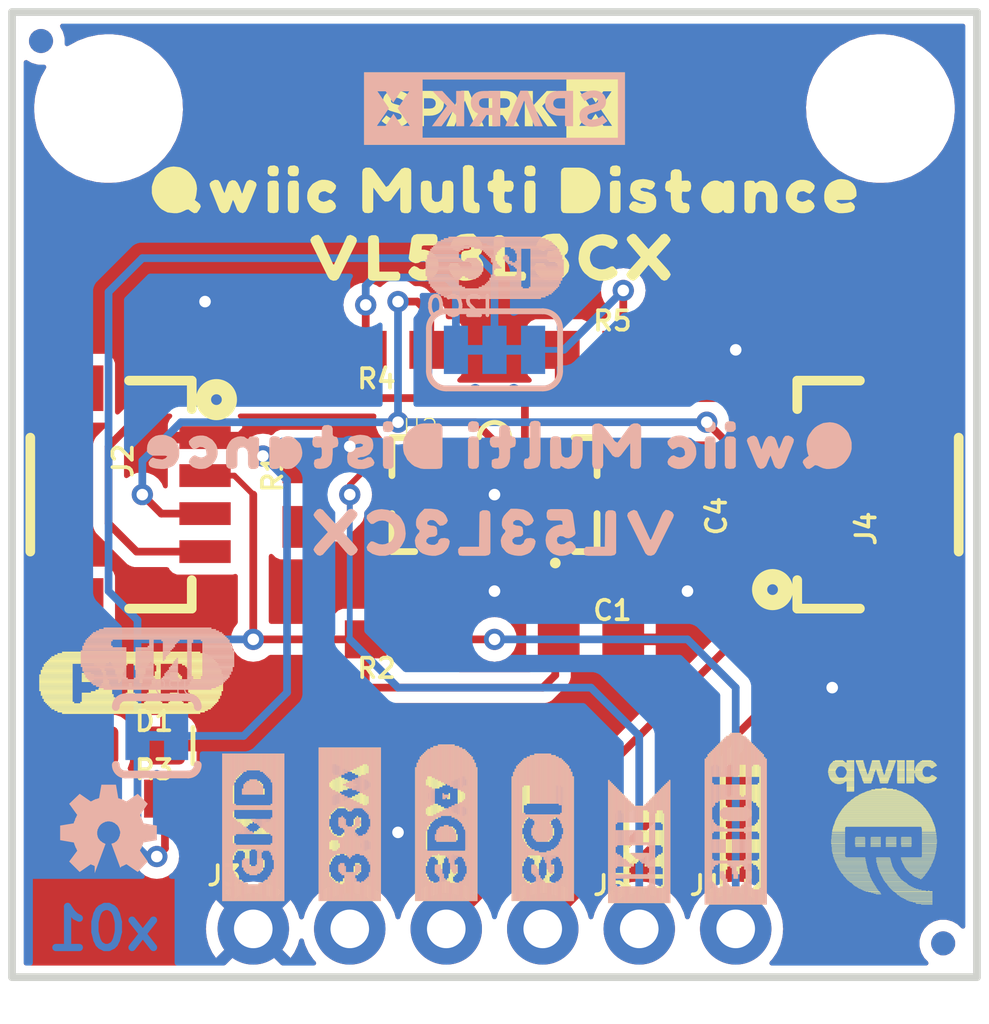
<source format=kicad_pcb>
(kicad_pcb (version 20211014) (generator pcbnew)
  (layers (0 "F.Cu" signal) (31 "B.Cu" signal) (34 "B.Paste" user) (35 "F.Paste" user) (36 "B.SilkS" user "B.Silkscreen") (37 "F.SilkS" user "F.Silkscreen") (38 "B.Mask" user) (39 "F.Mask" user) (44 "Edge.Cuts" user))
  (net 0 "")
  (net 1 "3.3V")
  (net 2 "GND")
  (net 3 "SCL")
  (net 4 "SDA")
  (net 5 "~{INT}")
  (net 6 "N$1")
  (net 7 "N$2")
  (net 8 "~{SHUT}")
  (net 9 "N$4")
  (net 10 "N$3")
  (footprint "eagleBoard:SPARKX-SMALL" (layer "F.Cu") (at 148.5011 94.8436)
    (fp_text reference "U$17" hide)
    (fp_text value "" hide)
  )
  (footprint "eagleBoard:0603" (layer "F.Cu") (at 145.9611 101.1936 180)
    (fp_text reference "R4" (at 0 -0.762) (layer "F.SilkS") (effects (font (size 0.512064 0.512064) (thickness 0.097536)) (justify right)))
    (fp_text value "2.2k")
    (pad "1" smd rect (at -0.85 0 180) (size 1.1 1) (layers "F.Cu" "F.Paste" "F.Mask") (net 4 "SDA"))
    (pad "2" smd rect (at 0.85 0 180) (size 1.1 1) (layers "F.Cu" "F.Paste" "F.Mask") (net 7 "N$2"))
  )
  (footprint "eagleBoard:0603" (layer "F.Cu") (at 143.4211 105.0036 90)
    (fp_text reference "R1" (at 0 -0.762 90) (layer "F.SilkS") (effects (font (size 0.512064 0.512064) (thickness 0.097536)) (justify left)))
    (fp_text value "10k")
    (pad "1" smd rect (at -0.85 0 90) (size 1.1 1) (layers "F.Cu" "F.Paste" "F.Mask") (net 5 "~{INT}"))
    (pad "2" smd rect (at 0.85 0 90) (size 1.1 1) (layers "F.Cu" "F.Paste" "F.Mask") (net 9 "N$4"))
  )
  (footprint "eagleBoard:INT#-[_" (layer "F.Cu") (at 152.3111 116.4336 90)
    (fp_text reference "U$7" hide)
    (fp_text value "" hide)
  )
  (footprint "eagleBoard:VL53L1X" (layer "F.Cu") (at 148.5011 105.0036)
    (fp_text reference "U2" (at -2.45 -1.75) (layer "F.SilkS") (effects (font (size 0.470611 0.470611) (thickness 0.037389)) (justify left)))
    (fp_text value "VL53L3CX")
    (fp_poly (pts (xy 1.35 0.8) (xy 1.93 0.8) (xy 1.93 0.55) (xy 1.35 0.55)) (layer "F.Cu") (width 0) (fill solid))
    (pad "1" smd rect (at 1.6 1 90) (size 0.9 0.5) (layers "F.Cu" "F.Mask") (net 1 "3.3V"))
    (pad "2" smd rect (at 0.8 1 90) (size 0.9 0.5) (layers "F.Cu" "F.Mask") (net 2 "GND"))
    (pad "3" smd rect (at 0 1 90) (size 0.9 0.5) (layers "F.Cu" "F.Mask") (net 2 "GND"))
    (pad "4" smd rect (at -0.8 1 90) (size 0.9 0.5) (layers "F.Cu" "F.Mask") (net 2 "GND"))
    (pad "5" smd rect (at -1.6 1 90) (size 0.9 0.5) (layers "F.Cu" "F.Mask") (net 8 "~{SHUT}"))
    (pad "6" smd rect (at -2.05 0 180) (size 1.4 0.5) (layers "F.Cu" "F.Mask") (net 2 "GND"))
    (pad "7" smd rect (at -1.6 -1 270) (size 0.9 0.5) (layers "F.Cu" "F.Mask") (net 5 "~{INT}"))
    (pad "8" smd rect (at -0.8 -1 270) (size 0.9 0.5) (layers "F.Cu" "F.Mask"))
    (pad "9" smd rect (at 0 -1 270) (size 0.9 0.5) (layers "F.Cu" "F.Mask") (net 4 "SDA"))
    (pad "10" smd rect (at 0.8 -1 270) (size 0.9 0.5) (layers "F.Cu" "F.Mask") (net 3 "SCL"))
    (pad "11" smd rect (at 1.6 -1 270) (size 0.9 0.5) (layers "F.Cu" "F.Mask") (net 1 "3.3V"))
    (pad "12" smd rect (at 2.05 0) (size 1.4 0.5) (layers "F.Cu" "F.Mask") (net 2 "GND"))
  )
  (footprint "eagleBoard:1X01_NO_SILK" (layer "F.Cu") (at 154.8511 116.4336)
    (fp_text reference "J1" (at -1.27 -1.143) (layer "F.SilkS") (effects (font (size 0.512064 0.512064) (thickness 0.097536)) (justify left)))
    (fp_text value "")
    (pad "1" thru_hole circle (at 0 0 90) (size 1.8796 1.8796) (drill 1.016) (layers *.Cu *.Mask) (net 8 "~{SHUT}"))
  )
  (footprint "eagleBoard:1X01_NO_SILK" (layer "F.Cu") (at 152.3111 116.4336)
    (fp_text reference "J5" (at -1.27 -1.143) (layer "F.SilkS") (effects (font (size 0.512064 0.512064) (thickness 0.097536)) (justify left)))
    (fp_text value "")
    (pad "1" thru_hole circle (at 0 0 90) (size 1.8796 1.8796) (drill 1.016) (layers *.Cu *.Mask) (net 5 "~{INT}"))
  )
  (footprint "eagleBoard:MICRO-FIDUCIAL" (layer "F.Cu") (at 160.3121 116.8146)
    (fp_text reference "JP2" hide)
    (fp_text value "FIDUCIALUFIDUCIAL" hide)
    (pad "1" smd roundrect (at 0 0) (size 0.635 0.635) (layers "F.Cu" "F.Mask") (roundrect_rratio 0.5))
  )
  (footprint "eagleBoard:1X04_1MM_RA" (layer "F.Cu") (at 156.1211 105.0036 90)
    (fp_text reference "J4" (at -1.397 2.159 90) (layer "F.SilkS") (effects (font (size 0.512064 0.512064) (thickness 0.097536)) (justify left)))
    (fp_text value "")
    (pad "1" smd rect (at -1.5 0 90) (size 0.6 1.35) (layers "F.Cu" "F.Paste" "F.Mask") (net 2 "GND"))
    (pad "2" smd rect (at -0.5 0 90) (size 0.6 1.35) (layers "F.Cu" "F.Paste" "F.Mask") (net 1 "3.3V"))
    (pad "3" smd rect (at 0.5 0 90) (size 0.6 1.35) (layers "F.Cu" "F.Paste" "F.Mask") (net 4 "SDA"))
    (pad "4" smd rect (at 1.5 0 90) (size 0.6 1.35) (layers "F.Cu" "F.Paste" "F.Mask") (net 3 "SCL"))
    (pad "NC1" smd rect (at 2.8 3.675 90) (size 1.2 2) (layers "F.Cu" "F.Paste" "F.Mask"))
    (pad "NC2" smd rect (at -2.8 3.675 90) (size 1.2 2) (layers "F.Cu" "F.Paste" "F.Mask"))
  )
  (footprint "eagleBoard:0603" (layer "F.Cu") (at 153.5811 105.0036 -90)
    (fp_text reference "C4" (at 0 -0.762 90) (layer "F.SilkS") (effects (font (size 0.512064 0.512064) (thickness 0.097536)) (justify right)))
    (fp_text value "0.1uF")
    (pad "1" smd rect (at -0.85 0 270) (size 1.1 1) (layers "F.Cu" "F.Paste" "F.Mask") (net 1 "3.3V"))
    (pad "2" smd rect (at 0.85 0 270) (size 1.1 1) (layers "F.Cu" "F.Paste" "F.Mask") (net 2 "GND"))
  )
  (footprint "eagleBoard:STAND-OFF" (layer "F.Cu") (at 158.6611 94.8436)
    (fp_text reference "JP4" hide)
    (fp_text value "STAND-OFF" hide)
    (pad "" np_thru_hole circle (at 0 0) (size 3.302 3.302) (drill 3.302) (layers *.Cu *.Mask))
  )
  (footprint "eagleBoard:0603" (layer "F.Cu") (at 138.9761 113.0046)
    (fp_text reference "R3" (at 0 -0.762) (layer "F.SilkS") (effects (font (size 0.512064 0.512064) (thickness 0.097536)) (justify left)))
    (fp_text value "1k")
    (pad "1" smd rect (at -0.85 0) (size 1.1 1) (layers "F.Cu" "F.Paste" "F.Mask") (net 10 "N$3"))
    (pad "2" smd rect (at 0.85 0) (size 1.1 1) (layers "F.Cu" "F.Paste" "F.Mask") (net 1 "3.3V"))
  )
  (footprint "eagleBoard:SDA8" (layer "F.Cu") (at 147.2311 116.1796 90)
    (fp_text reference "U$27" hide)
    (fp_text value "" hide)
  )
  (footprint "eagleBoard:1X04_NO_SILK" (layer "F.Cu") (at 142.1511 116.4336)
    (fp_text reference "J3" (at -1.27 -1.397) (layer "F.SilkS") (effects (font (size 0.512064 0.512064) (thickness 0.097536)) (justify left)))
    (fp_text value "PTH")
    (pad "1" thru_hole circle (at 0 0 90) (size 1.8796 1.8796) (drill 1.016) (layers *.Cu *.Mask) (net 2 "GND"))
    (pad "2" thru_hole circle (at 2.54 0 90) (size 1.8796 1.8796) (drill 1.016) (layers *.Cu *.Mask) (net 1 "3.3V"))
    (pad "3" thru_hole circle (at 5.08 0 90) (size 1.8796 1.8796) (drill 1.016) (layers *.Cu *.Mask) (net 4 "SDA"))
    (pad "4" thru_hole circle (at 7.62 0 90) (size 1.8796 1.8796) (drill 1.016) (layers *.Cu *.Mask) (net 3 "SCL"))
  )
  (footprint "eagleBoard:SCL9" (layer "F.Cu") (at 149.7711 116.1796 90)
    (fp_text reference "U$26" hide)
    (fp_text value "" hide)
  )
  (footprint "eagleBoard:MICRO-FIDUCIAL" (layer "F.Cu") (at 136.5631 93.0656)
    (fp_text reference "JP6" hide)
    (fp_text value "FIDUCIALUFIDUCIAL" hide)
    (pad "1" smd roundrect (at 0 0) (size 0.635 0.635) (layers "F.Cu" "F.Mask") (roundrect_rratio 0.5))
  )
  (footprint "eagleBoard:1X04_1MM_RA" (layer "F.Cu") (at 140.8811 105.0036 -90)
    (fp_text reference "J2" (at -1.397 2.159 90) (layer "F.SilkS") (effects (font (size 0.512064 0.512064) (thickness 0.097536)) (justify right)))
    (fp_text value "")
    (pad "1" smd rect (at -1.5 0 270) (size 0.6 1.35) (layers "F.Cu" "F.Paste" "F.Mask") (net 2 "GND"))
    (pad "2" smd rect (at -0.5 0 270) (size 0.6 1.35) (layers "F.Cu" "F.Paste" "F.Mask") (net 1 "3.3V"))
    (pad "3" smd rect (at 0.5 0 270) (size 0.6 1.35) (layers "F.Cu" "F.Paste" "F.Mask") (net 4 "SDA"))
    (pad "4" smd rect (at 1.5 0 270) (size 0.6 1.35) (layers "F.Cu" "F.Paste" "F.Mask") (net 3 "SCL"))
    (pad "NC1" smd rect (at 2.8 3.675 270) (size 1.2 2) (layers "F.Cu" "F.Paste" "F.Mask"))
    (pad "NC2" smd rect (at -2.8 3.675 270) (size 1.2 2) (layers "F.Cu" "F.Paste" "F.Mask"))
  )
  (footprint "eagleBoard:3#3V2" (layer "F.Cu") (at 144.6911 116.1796 90)
    (fp_text reference "U$21" hide)
    (fp_text value "" hide)
  )
  (footprint "eagleBoard:0603" (layer "F.Cu") (at 151.0411 101.1936)
    (fp_text reference "R5" (at 0 -0.762) (layer "F.SilkS") (effects (font (size 0.512064 0.512064) (thickness 0.097536)) (justify left)))
    (fp_text value "2.2k")
    (pad "1" smd rect (at -0.85 0) (size 1.1 1) (layers "F.Cu" "F.Paste" "F.Mask") (net 3 "SCL"))
    (pad "2" smd rect (at 0.85 0) (size 1.1 1) (layers "F.Cu" "F.Paste" "F.Mask") (net 6 "N$1"))
  )
  (footprint "eagleBoard:(PWR)" (layer "F.Cu") (at 136.4361 109.9566)
    (fp_text reference "U$10" hide)
    (fp_text value "" hide)
  )
  (footprint "eagleBoard:STAND-OFF" (layer "F.Cu") (at 138.3411 94.8436)
    (fp_text reference "JP3" hide)
    (fp_text value "STAND-OFF" hide)
    (pad "" np_thru_hole circle (at 0 0) (size 3.302 3.302) (drill 3.302) (layers *.Cu *.Mask))
  )
  (footprint "eagleBoard:#SHUT15" (layer "F.Cu") (at 154.8511 116.4336 90)
    (fp_text reference "U$8" hide)
    (fp_text value "" hide)
  )
  (footprint "eagleBoard:0603" (layer "F.Cu") (at 145.9611 108.8136 180)
    (fp_text reference "R2" (at 0 -0.762) (layer "F.SilkS") (effects (font (size 0.512064 0.512064) (thickness 0.097536)) (justify right)))
    (fp_text value "10k")
    (pad "1" smd rect (at -0.85 0 180) (size 1.1 1) (layers "F.Cu" "F.Paste" "F.Mask") (net 8 "~{SHUT}"))
    (pad "2" smd rect (at 0.85 0 180) (size 1.1 1) (layers "F.Cu" "F.Paste" "F.Mask") (net 1 "3.3V"))
  )
  (footprint "eagleBoard:LED-0603" (layer "F.Cu") (at 138.9761 111.6076)
    (fp_text reference "D1" (at 0 -0.635) (layer "F.SilkS") (effects (font (size 0.512064 0.512064) (thickness 0.097536)) (justify left)))
    (fp_text value "RED")
    (pad "A" smd roundrect (at -0.877 0 270) (size 1 1) (layers "F.Cu" "F.Paste" "F.Mask") (roundrect_rratio 0.15) (net 10 "N$3"))
    (pad "C" smd roundrect (at 0.877 0 270) (size 1 1) (layers "F.Cu" "F.Paste" "F.Mask") (roundrect_rratio 0.15) (net 2 "GND"))
  )
  (footprint "eagleBoard:QWIIC_MULTI_DISTANCE1" (layer "F.Cu") (at 138.5951 97.0026)
    (fp_text reference "U$2" hide)
    (fp_text value "" hide)
  )
  (footprint "eagleBoard:VL53L3CX0" (layer "F.Cu") (at 142.7861 98.7806)
    (fp_text reference "U$1" hide)
    (fp_text value "" hide)
  )
  (footprint "eagleBoard:0603" (layer "F.Cu") (at 151.0411 108.8136)
    (fp_text reference "C1" (at 0 -0.762) (layer "F.SilkS") (effects (font (size 0.512064 0.512064) (thickness 0.097536)) (justify left)))
    (fp_text value "4.7uF")
    (pad "1" smd rect (at -0.85 0) (size 1.1 1) (layers "F.Cu" "F.Paste" "F.Mask") (net 1 "3.3V"))
    (pad "2" smd rect (at 0.85 0) (size 1.1 1) (layers "F.Cu" "F.Paste" "F.Mask") (net 2 "GND"))
  )
  (footprint "eagleBoard:GND1" (layer "F.Cu") (at 142.1511 116.1796 90)
    (fp_text reference "U$22" hide)
    (fp_text value "" hide)
  )
  (footprint "eagleBoard:QWIIC-LOGO-SMALL" (layer "F.Cu") (at 158.6611 113.8936)
    (fp_text reference "U$13" hide)
    (fp_text value "" hide)
  )
  (footprint "eagleBoard:SPARKX-SMALL" (layer "B.Cu") (at 148.5011 94.8436 180)
    (fp_text reference "U$18" hide)
    (fp_text value "" hide)
  )
  (footprint "eagleBoard:INT#-[_" (layer "B.Cu") (at 152.3111 116.4336 90)
    (fp_text reference "U$14" hide)
    (fp_text value "" hide)
  )
  (footprint "eagleBoard:SMT-JUMPER_3_2-NC_TRACE_SILK" (layer "B.Cu") (at 148.5011 101.1936 180)
    (fp_text reference "I2C0" (at 0 1.143) (layer "B.SilkS") (effects (font (size 0.512064 0.512064) (thickness 0.097536)) (justify left mirror)))
    (fp_text value "")
    (fp_line (start 0 0) (end 1.016 0) (layer "B.Cu") (width 0.254))
    (fp_line (start 0 0) (end -1.016 0) (layer "B.Cu") (width 0.254))
    (pad "1" smd rect (at -1.016 0 180) (size 0.635 1.27) (layers "B.Cu" "B.Mask") (net 6 "N$1"))
    (pad "2" smd rect (at 0 0 180) (size 0.635 1.27) (layers "B.Cu" "B.Mask") (net 1 "3.3V"))
    (pad "3" smd rect (at 1.016 0 180) (size 0.635 1.27) (layers "B.Cu" "B.Mask") (net 7 "N$2"))
  )
  (footprint "eagleBoard:SCL9" (layer "B.Cu") (at 149.7711 116.1796 90)
    (fp_text reference "U$6" hide)
    (fp_text value "" hide)
  )
  (footprint "eagleBoard:(INT)" (layer "B.Cu") (at 141.7701 109.3216 180)
    (fp_text reference "U$12" hide)
    (fp_text value "" hide)
  )
  (footprint "eagleBoard:PAD-JUMPER-2-NC_BY_TRACE_YES_SILK" (layer "B.Cu") (at 139.6111 111.3536 180)
    (fp_text reference "JP9" (at -0.9525 1.27) (layer "B.SilkS") (effects (font (size 0.376489 0.376489) (thickness 0.029911)) (justify left mirror)))
    (fp_text value "INT")
    (fp_line (start -0.381 0) (end 0.381 0) (layer "B.Cu") (width 0.254))
    (pad "1" smd rect (at -0.508 0 180) (size 0.635 1.27) (layers "B.Cu" "B.Mask") (net 9 "N$4"))
    (pad "2" smd rect (at 0.508 0 180) (size 0.635 1.27) (layers "B.Cu" "B.Mask") (net 1 "3.3V"))
  )
  (footprint "eagleBoard:(I_SUPER2_C)" (layer "B.Cu") (at 150.4061 99.0346 180)
    (fp_text reference "U$11" hide)
    (fp_text value "" hide)
  )
  (footprint "eagleBoard:3#3V2" (layer "B.Cu") (at 144.6911 116.1796 90)
    (fp_text reference "U$4" hide)
    (fp_text value "" hide)
  )
  (footprint "eagleBoard:OSHW-LOGO-MINI" (layer "B.Cu") (at 138.3411 113.8936 180)
    (fp_text reference "LOGO1" hide)
    (fp_text value "OSHW-LOGOMINI" hide)
  )
  (footprint "eagleBoard:MICRO-FIDUCIAL" (layer "B.Cu") (at 136.5631 93.0656 180)
    (fp_text reference "JP1" hide)
    (fp_text value "FIDUCIALUFIDUCIAL" hide)
    (pad "1" smd roundrect (at 0 0 180) (size 0.635 0.635) (layers "B.Cu" "B.Mask") (roundrect_rratio 0.5))
  )
  (footprint "eagleBoard:GND1" (layer "B.Cu") (at 142.1511 116.1796 90)
    (fp_text reference "U$3" hide)
    (fp_text value "" hide)
  )
  (footprint "eagleBoard:QWIIC_MULTI_DISTANCE1" (layer "B.Cu") (at 158.7881 103.7336 180)
    (fp_text reference "U$15" hide)
    (fp_text value "" hide)
  )
  (footprint "eagleBoard:#SHUT15" (layer "B.Cu") (at 154.8511 116.4336 90)
    (fp_text reference "U$9" hide)
    (fp_text value "" hide)
  )
  (footprint "eagleBoard:MICRO-FIDUCIAL" (layer "B.Cu") (at 160.3121 116.8146 180)
    (fp_text reference "JP5" hide)
    (fp_text value "FIDUCIALUFIDUCIAL" hide)
    (pad "1" smd roundrect (at 0 0 180) (size 0.635 0.635) (layers "B.Cu" "B.Mask") (roundrect_rratio 0.5))
  )
  (footprint "eagleBoard:SDA8" (layer "B.Cu") (at 147.2311 116.1796 90)
    (fp_text reference "U$5" hide)
    (fp_text value "" hide)
  )
  (footprint "eagleBoard:VL53L3CX0" (layer "B.Cu") (at 154.0891 106.0196 180)
    (fp_text reference "U$16" hide)
    (fp_text value "" hide)
  )
  (gr_line (start 161.2011 92.3036) (end 161.2011 117.7036) (layer "Edge.Cuts") (width 0.2032))
  (gr_line (start 161.2011 117.7036) (end 135.8011 117.7036) (layer "Edge.Cuts") (width 0.2032))
  (gr_line (start 135.8011 117.7036) (end 135.8011 92.3036) (layer "Edge.Cuts") (width 0.2032))
  (gr_line (start 135.8011 92.3036) (end 161.2011 92.3036) (layer "Edge.Cuts") (width 0.2032))
  (gr_text "x01" (at 138.2141 116.4336) (layer "B.Cu") (effects (font (size 1.0795 1.0795) (thickness 0.1905)) (justify mirror)))
  (segment (start 145.1111 108.8136) (end 145.1111 110.0836) (width 0.2032) (layer "F.Cu") (net 1))
  (segment (start 144.6911 110.9236) (end 145.1111 110.5036) (width 0.2032) (layer "F.Cu") (net 1))
  (segment (start 140.8811 104.5036) (end 141.6511 104.5036) (width 0.1524) (layer "F.Cu") (net 1))
  (segment (start 151.9461 106.0036) (end 152.3111 105.6386) (width 0.2032) (layer "F.Cu") (net 1))
  (segment (start 152.3111 105.0036) (end 152.3111 104.1926) (width 0.2032) (layer "F.Cu") (net 1))
  (segment (start 150.1011 106.0036) (end 150.1011 108.7236) (width 0.2032) (layer "F.Cu") (net 1))
  (segment (start 144.6911 116.4336) (end 144.6911 110.9236) (width 0.2032) (layer "F.Cu") (net 1))
  (segment (start 153.5421 104.1926) (end 153.5811 104.2316) (width 0.1524) (layer "F.Cu") (net 1))
  (segment (start 150.1011 106.0036) (end 151.9461 106.0036) (width 0.2032) (layer "F.Cu") (net 1))
  (segment (start 156.1211 105.5036) (end 155.2241 105.5036) (width 0.2032) (layer "F.Cu") (net 1))
  (segment (start 150.1011 108.7236) (end 150.1011 109.7536) (width 0.2032) (layer "F.Cu") (net 1))
  (segment (start 150.1011 108.7236) (end 150.1911 108.8136) (width 0.1524) (layer "F.Cu") (net 1))
  (segment (start 153.5811 105.0036) (end 152.3111 105.0036) (width 0.2032) (layer "F.Cu") (net 1))
  (segment (start 141.6511 104.5036) (end 142.1511 105.0036) (width 0.1524) (layer "F.Cu") (net 1))
  (segment (start 152.1221 104.0036) (end 152.3111 104.1926) (width 0.2032) (layer "F.Cu") (net 1))
  (segment (start 154.7241 105.0036) (end 155.2241 105.5036) (width 0.2032) (layer "F.Cu") (net 1))
  (segment (start 139.8261 113.0046) (end 139.8261 114.3136) (width 0.2032) (layer "F.Cu") (net 1))
  (segment (start 154.7241 105.0036) (end 153.5811 105.0036) (width 0.2032) (layer "F.Cu") (net 1))
  (segment (start 150.1011 109.7536) (end 149.7711 110.0836) (width 0.2032) (layer "F.Cu") (net 1))
  (segment (start 153.5811 104.2316) (end 153.5811 105.0036) (width 0.2032) (layer "F.Cu") (net 1))
  (segment (start 149.7711 110.0836) (end 145.1111 110.0836) (width 0.2032) (layer "F.Cu") (net 1))
  (segment (start 139.8261 114.3136) (end 139.6111 114.5286) (width 0.2032) (layer "F.Cu") (net 1))
  (segment (start 150.1011 104.0036) (end 152.1221 104.0036) (width 0.2032) (layer "F.Cu") (net 1))
  (segment (start 142.1511 108.8136) (end 145.1111 108.8136) (width 0.2032) (layer "F.Cu") (net 1))
  (segment (start 145.1111 110.0836) (end 145.1111 110.5036) (width 0.2032) (layer "F.Cu") (net 1))
  (segment (start 153.5421 104.1926) (end 153.5811 104.1536) (width 0.1524) (layer "F.Cu") (net 1))
  (segment (start 152.3111 105.6386) (end 152.3111 105.0036) (width 0.2032) (layer "F.Cu") (net 1))
  (segment (start 142.1511 105.0036) (end 142.1511 108.8136) (width 0.2032) (layer "F.Cu") (net 1))
  (via (at 142.1511 108.8136) (size 0.5588) (drill 0.3048) (layers "F.Cu" "B.Cu") (net 1))
  (via (at 139.6111 114.5286) (size 0.5588) (drill 0.3048) (layers "F.Cu" "B.Cu") (net 1))
  (segment (start 139.2301 98.7806) (end 138.3411 99.6696) (width 0.2032) (layer "B.Cu") (net 1))
  (segment (start 139.1031 108.8136) (end 139.1031 108.3056) (width 0.2032) (layer "B.Cu") (net 1))
  (segment (start 138.3411 99.6696) (end 138.3411 107.5436) (width 0.2032) (layer "B.Cu") (net 1))
  (segment (start 139.6111 114.5286) (end 139.3571 114.5286) (width 0.2032) (layer "B.Cu") (net 1))
  (segment (start 139.1031 108.3056) (end 138.3411 107.5436) (width 0.2032) (layer "B.Cu") (net 1))
  (segment (start 142.1511 108.8136) (end 139.1031 108.8136) (width 0.2032) (layer "B.Cu") (net 1))
  (segment (start 148.5011 101.1936) (end 148.5011 99.1616) (width 0.2032) (layer "B.Cu") (net 1))
  (segment (start 148.5011 99.1616) (end 148.1201 98.7806) (width 0.2032) (layer "B.Cu") (net 1))
  (segment (start 139.3571 114.5286) (end 139.1031 114.2746) (width 0.2032) (layer "B.Cu") (net 1))
  (segment (start 139.1031 114.2746) (end 139.1031 111.3536) (width 0.2032) (layer "B.Cu") (net 1))
  (segment (start 139.1031 111.3536) (end 139.1031 108.8136) (width 0.2032) (layer "B.Cu") (net 1))
  (segment (start 148.1201 98.7806) (end 139.2301 98.7806) (width 0.2032) (layer "B.Cu") (net 1))
  (segment (start 144.0561 103.0986) (end 144.6911 103.7336) (width 0.2032) (layer "F.Cu") (net 2))
  (segment (start 140.8811 103.5036) (end 141.7461 103.5036) (width 0.2032) (layer "F.Cu") (net 2))
  (segment (start 142.1511 103.0986) (end 144.0561 103.0986) (width 0.2032) (layer "F.Cu") (net 2))
  (segment (start 141.7461 103.5036) (end 142.1511 103.0986) (width 0.2032) (layer "F.Cu") (net 2))
  (via (at 144.6911 103.7336) (size 0.5588) (drill 0.3048) (layers "F.Cu" "B.Cu") (net 2))
  (via (at 148.5011 105.0036) (size 0.5588) (drill 0.3048) (layers "F.Cu" "B.Cu") (net 2))
  (via (at 153.5811 107.5436) (size 0.5588) (drill 0.3048) (layers "F.Cu" "B.Cu") (net 2))
  (via (at 157.3911 110.0836) (size 0.5588) (drill 0.3048) (layers "F.Cu" "B.Cu") (net 2))
  (via (at 154.8511 101.1936) (size 0.5588) (drill 0.3048) (layers "F.Cu" "B.Cu") (net 2))
  (via (at 140.8811 99.9236) (size 0.5588) (drill 0.3048) (layers "F.Cu" "B.Cu") (net 2))
  (via (at 148.5011 107.5436) (size 0.5588) (drill 0.3048) (layers "F.Cu" "B.Cu") (net 2))
  (via (at 145.9611 113.8936) (size 0.5588) (drill 0.3048) (layers "F.Cu" "B.Cu") (net 2))
  (segment (start 138.3411 105.7656) (end 139.0791 106.5036) (width 0.2032) (layer "F.Cu") (net 3))
  (segment (start 140.8811 106.5036) (end 139.0791 106.5036) (width 0.2032) (layer "F.Cu") (net 3))
  (segment (start 139.6111 102.4636) (end 138.3411 103.7336) (width 0.2032) (layer "F.Cu") (net 3))
  (segment (start 150.1521 102.4636) (end 149.2631 102.4636) (width 0.2032) (layer "F.Cu") (net 3))
  (segment (start 154.4701 102.4636) (end 150.1521 102.4636) (width 0.2032) (layer "F.Cu") (net 3))
  (segment (start 156.1211 103.5036) (end 155.5101 103.5036) (width 0.1524) (layer "F.Cu") (net 3))
  (segment (start 158.1531 104.1146) (end 158.1531 108.0516) (width 0.2032) (layer "F.Cu") (net 3))
  (segment (start 149.3011 104.0036) (end 149.3011 102.5016) (width 0.2032) (layer "F.Cu") (net 3))
  (segment (start 138.3411 103.7336) (end 138.3411 105.7656) (width 0.2032) (layer "F.Cu") (net 3))
  (segment (start 150.1911 101.1936) (end 150.1911 102.4246) (width 0.2032) (layer "F.Cu") (net 3))
  (segment (start 155.5101 103.5036) (end 154.4701 102.4636) (width 0.2032) (layer "F.Cu") (net 3))
  (segment (start 149.3011 102.5016) (end 149.2631 102.4636) (width 0.1524) (layer "F.Cu") (net 3))
  (segment (start 149.2631 102.4636) (end 139.6111 102.4636) (width 0.2032) (layer "F.Cu") (net 3))
  (segment (start 150.1911 102.4246) (end 150.1521 102.4636) (width 0.1524) (layer "F.Cu") (net 3))
  (segment (start 157.5421 103.5036) (end 158.1531 104.1146) (width 0.2032) (layer "F.Cu") (net 3))
  (segment (start 149.7711 116.4336) (end 158.1531 108.0516) (width 0.2032) (layer "F.Cu") (net 3))
  (segment (start 156.1211 103.5036) (end 157.5421 103.5036) (width 0.2032) (layer "F.Cu") (net 3))
  (segment (start 147.9931 103.0986) (end 145.9611 103.0986) (width 0.2032) (layer "F.Cu") (net 4))
  (segment (start 147.2311 116.4336) (end 154.8511 108.8136) (width 0.2032) (layer "F.Cu") (net 4))
  (segment (start 154.8511 108.8136) (end 156.1211 108.8136) (width 0.2032) (layer "F.Cu") (net 4))
  (segment (start 157.3911 104.8766) (end 157.3911 107.5436) (width 0.2032) (layer "F.Cu") (net 4))
  (segment (start 146.4691 99.9236) (end 146.8111 100.2656) (width 0.2032) (layer "F.Cu") (net 4))
  (segment (start 157.0181 104.5036) (end 157.3911 104.8766) (width 0.2032) (layer "F.Cu") (net 4))
  (segment (start 146.8111 101.1936) (end 146.8111 100.2656) (width 0.2032) (layer "F.Cu") (net 4))
  (segment (start 140.8811 105.5036) (end 139.7301 105.5036) (width 0.2032) (layer "F.Cu") (net 4))
  (segment (start 148.5011 104.0036) (end 148.5011 103.6066) (width 0.1524) (layer "F.Cu") (net 4))
  (segment (start 155.4941 104.5036) (end 154.0891 103.0986) (width 0.2032) (layer "F.Cu") (net 4))
  (segment (start 156.1211 104.5036) (end 157.0181 104.5036) (width 0.2032) (layer "F.Cu") (net 4))
  (segment (start 148.5011 103.6066) (end 147.9931 103.0986) (width 0.2032) (layer "F.Cu") (net 4))
  (segment (start 156.1211 108.8136) (end 157.3911 107.5436) (width 0.2032) (layer "F.Cu") (net 4))
  (segment (start 139.7301 105.5036) (end 139.2301 105.0036) (width 0.2032) (layer "F.Cu") (net 4))
  (segment (start 156.1211 104.5036) (end 155.4941 104.5036) (width 0.2032) (layer "F.Cu") (net 4))
  (segment (start 146.4691 99.9236) (end 145.9611 99.9236) (width 0.2032) (layer "F.Cu") (net 4))
  (via (at 154.0891 103.0986) (size 0.5588) (drill 0.3048) (layers "F.Cu" "B.Cu") (net 4))
  (via (at 139.2301 105.0036) (size 0.5588) (drill 0.3048) (layers "F.Cu" "B.Cu") (net 4))
  (via (at 145.9611 103.0986) (size 0.5588) (drill 0.3048) (layers "F.Cu" "B.Cu") (net 4))
  (via (at 145.9611 99.9236) (size 0.5588) (drill 0.3048) (layers "F.Cu" "B.Cu") (net 4))
  (segment (start 154.0891 103.0986) (end 145.9611 103.0986) (width 0.2032) (layer "B.Cu") (net 4))
  (segment (start 139.2301 105.0036) (end 139.2301 104.1146) (width 0.2032) (layer "B.Cu") (net 4))
  (segment (start 145.9611 99.9236) (end 145.9611 103.0986) (width 0.2032) (layer "B.Cu") (net 4))
  (segment (start 145.9611 103.0986) (end 140.2461 103.0986) (width 0.2032) (layer "B.Cu") (net 4))
  (segment (start 140.2461 103.0986) (end 139.2301 104.1146) (width 0.2032) (layer "B.Cu") (net 4))
  (segment (start 144.6911 104.7496) (end 144.6911 105.0036) (width 0.1524) (layer "F.Cu") (net 5))
  (segment (start 143.4211 105.8536) (end 144.3491 105.8536) (width 0.1524) (layer "F.Cu") (net 5))
  (segment (start 146.9011 104.0036) (end 145.4371 104.0036) (width 0.1524) (layer "F.Cu") (net 5))
  (segment (start 144.3491 105.8536) (end 144.6911 105.5116) (width 0.1524) (layer "F.Cu") (net 5))
  (segment (start 145.4371 104.0036) (end 144.6911 104.7496) (width 0.1524) (layer "F.Cu") (net 5))
  (segment (start 144.6911 105.5116) (end 144.6911 105.0036) (width 0.1524) (layer "F.Cu") (net 5))
  (via (at 144.6911 105.0036) (size 0.5588) (drill 0.3048) (layers "F.Cu" "B.Cu") (net 5))
  (segment (start 152.3111 116.4336) (end 152.3111 111.3536) (width 0.2032) (layer "B.Cu") (net 5))
  (segment (start 145.9611 110.0836) (end 144.6911 108.8136) (width 0.2032) (layer "B.Cu") (net 5))
  (segment (start 151.0411 110.0836) (end 145.9611 110.0836) (width 0.2032) (layer "B.Cu") (net 5))
  (segment (start 144.6911 108.8136) (end 144.6911 105.0036) (width 0.1524) (layer "B.Cu") (net 5))
  (segment (start 152.3111 111.3536) (end 151.0411 110.0836) (width 0.2032) (layer "B.Cu") (net 5))
  (segment (start 151.8911 101.1936) (end 151.8911 99.6306) (width 0.2032) (layer "F.Cu") (net 6))
  (via (at 151.8911 99.6306) (size 0.5588) (drill 0.3048) (layers "F.Cu" "B.Cu") (net 6))
  (segment (start 149.5171 101.1936) (end 150.3281 101.1936) (width 0.1524) (layer "B.Cu") (net 6))
  (segment (start 150.3281 101.1936) (end 151.8911 99.6306) (width 0.2032) (layer "B.Cu") (net 6))
  (segment (start 145.1111 101.1936) (end 145.1111 100.0116) (width 0.2032) (layer "F.Cu") (net 7))
  (via (at 145.1111 100.0116) (size 0.5588) (drill 0.3048) (layers "F.Cu" "B.Cu") (net 7))
  (segment (start 145.3261 99.2886) (end 145.1111 99.5036) (width 0.2032) (layer "B.Cu") (net 7))
  (segment (start 147.4851 101.1936) (end 147.4851 99.5426) (width 0.2032) (layer "B.Cu") (net 7))
  (segment (start 147.4851 99.5426) (end 147.2311 99.2886) (width 0.2032) (layer "B.Cu") (net 7))
  (segment (start 147.2311 99.2886) (end 145.3261 99.2886) (width 0.2032) (layer "B.Cu") (net 7))
  (segment (start 145.1111 100.0116) (end 145.1111 99.5036) (width 0.2032) (layer "B.Cu") (net 7))
  (segment (start 146.8111 108.8136) (end 146.8111 107.5826) (width 0.2032) (layer "F.Cu") (net 8))
  (segment (start 146.9011 106.0036) (end 146.9011 107.4926) (width 0.2032) (layer "F.Cu") (net 8))
  (segment (start 146.9011 107.4926) (end 146.8111 107.5826) (width 0.2032) (layer "F.Cu") (net 8))
  (segment (start 146.8111 108.8136) (end 148.5011 108.8136) (width 0.2032) (layer "F.Cu") (net 8))
  (via (at 148.5011 108.8136) (size 0.5588) (drill 0.3048) (layers "F.Cu" "B.Cu") (net 8))
  (segment (start 154.8511 110.0836) (end 154.8511 116.4336) (width 0.2032) (layer "B.Cu") (net 8))
  (segment (start 153.5811 108.8136) (end 154.8511 110.0836) (width 0.2032) (layer "B.Cu") (net 8))
  (segment (start 148.5011 108.8136) (end 153.5811 108.8136) (width 0.2032) (layer "B.Cu") (net 8))
  (segment (start 143.4211 104.1536) (end 142.5711 104.1536) (width 0.2032) (layer "F.Cu") (net 9))
  (segment (start 142.5711 104.1536) (end 142.4051 103.9876) (width 0.2032) (layer "F.Cu") (net 9))
  (via (at 142.4051 103.9876) (size 0.5588) (drill 0.3048) (layers "F.Cu" "B.Cu") (net 9))
  (segment (start 140.1191 111.3536) (end 141.8971 111.3536) (width 0.2032) (layer "B.Cu") (net 9))
  (segment (start 143.0401 104.6226) (end 142.4051 103.9876) (width 0.2032) (layer "B.Cu") (net 9))
  (segment (start 141.8971 111.3536) (end 143.0401 110.2106) (width 0.2032) (layer "B.Cu") (net 9))
  (segment (start 143.0401 110.2106) (end 143.0401 104.6226) (width 0.2032) (layer "B.Cu") (net 9))
  (segment (start 142.6591 104.2416) (end 142.4051 103.9876) (width 0.1524) (layer "B.Cu") (net 9))
  (segment (start 138.0991 112.9776) (end 138.1261 113.0046) (width 0.1524) (layer "F.Cu") (net 10))
  (segment (start 138.0991 111.6076) (end 138.0991 112.9776) (width 0.1524) (layer "F.Cu") (net 10))
  (zone (net 2) (net_name "GND") (layer "F.Cu") (priority 6) (connect_pads (clearance 0.3048)) (min_thickness 0.127) (fill yes (thermal_gap 0.304) (thermal_bridge_width 0.304))
    (polygon (pts (xy 161.3281 117.8306) (xy 135.6741 117.8306) (xy 135.6741 92.1766) (xy 161.3281 92.1766)))
  )
  (zone (net 2) (net_name "GND") (layer "B.Cu") (priority 6) (connect_pads (clearance 0.3048)) (min_thickness 0.127) (fill yes (thermal_gap 0.304) (thermal_bridge_width 0.304))
    (polygon (pts (xy 161.3281 117.8306) (xy 135.6741 117.8306) (xy 135.6741 92.1766) (xy 161.3281 92.1766)))
  )
)
</source>
